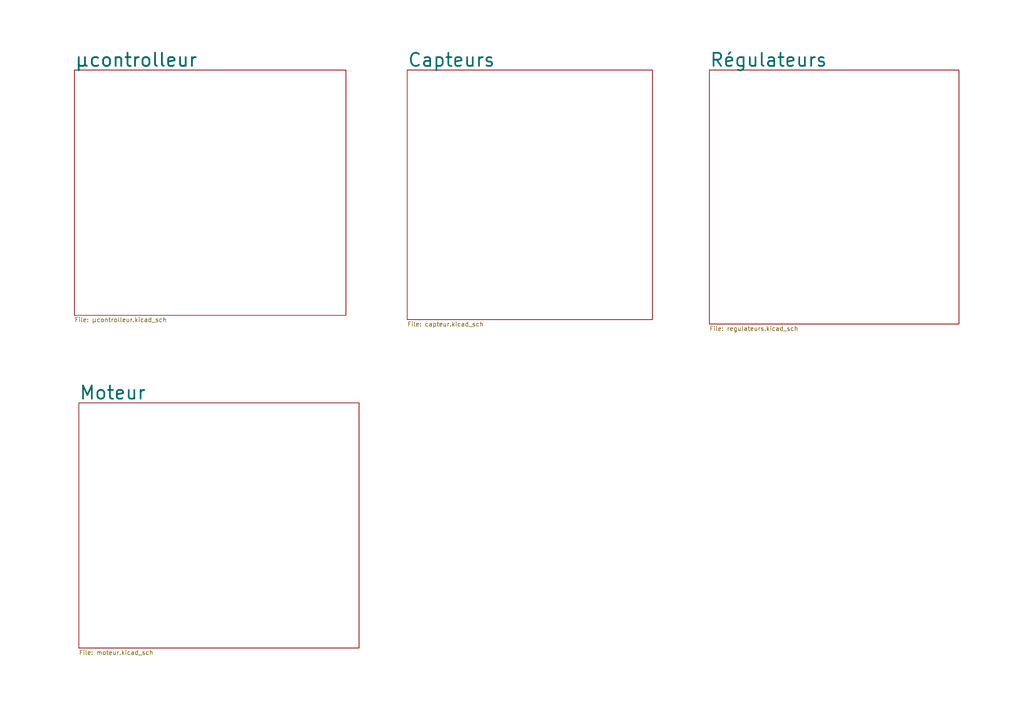
<source format=kicad_sch>
(kicad_sch
	(version 20250114)
	(generator "eeschema")
	(generator_version "9.0")
	(uuid "21a14c86-6900-4d4b-9d91-6c59051d0f41")
	(paper "A4")
	(lib_symbols)
	(sheet
		(at 21.59 20.32)
		(size 78.74 71.12)
		(exclude_from_sim no)
		(in_bom yes)
		(on_board yes)
		(dnp no)
		(fields_autoplaced yes)
		(stroke
			(width 0.1524)
			(type solid)
		)
		(fill
			(color 0 0 0 0.0000)
		)
		(uuid "31be01aa-b096-4901-8c4f-f2a7c3166097")
		(property "Sheetname" "µcontrolleur"
			(at 21.59 19.6084 0)
			(effects
				(font
					(size 3.81 3.81)
					(thickness 0.508)
					(bold yes)
				)
				(justify left bottom)
			)
		)
		(property "Sheetfile" "µcontrolleur.kicad_sch"
			(at 21.59 92.0246 0)
			(effects
				(font
					(size 1.27 1.27)
				)
				(justify left top)
			)
		)
		(instances
			(project "Projet_Robot"
				(path "/21a14c86-6900-4d4b-9d91-6c59051d0f41"
					(page "2")
				)
			)
		)
	)
	(sheet
		(at 118.11 20.32)
		(size 71.12 72.39)
		(exclude_from_sim no)
		(in_bom yes)
		(on_board yes)
		(dnp no)
		(fields_autoplaced yes)
		(stroke
			(width 0.1524)
			(type solid)
		)
		(fill
			(color 0 0 0 0.0000)
		)
		(uuid "76b000bd-d8d0-4821-bef4-3e858ee71b1c")
		(property "Sheetname" "Capteurs"
			(at 118.11 19.6084 0)
			(effects
				(font
					(size 3.81 3.81)
					(thickness 0.4763)
				)
				(justify left bottom)
			)
		)
		(property "Sheetfile" "capteur.kicad_sch"
			(at 118.11 93.2946 0)
			(effects
				(font
					(size 1.27 1.27)
				)
				(justify left top)
			)
		)
		(instances
			(project "Projet_Robot"
				(path "/21a14c86-6900-4d4b-9d91-6c59051d0f41"
					(page "3")
				)
			)
		)
	)
	(sheet
		(at 205.74 20.32)
		(size 72.39 73.66)
		(exclude_from_sim no)
		(in_bom yes)
		(on_board yes)
		(dnp no)
		(fields_autoplaced yes)
		(stroke
			(width 0.1524)
			(type solid)
		)
		(fill
			(color 0 0 0 0.0000)
		)
		(uuid "9e9ae578-0fe2-489e-a2e9-26a89bc45f88")
		(property "Sheetname" "Régulateurs"
			(at 205.74 19.6084 0)
			(effects
				(font
					(size 3.81 3.81)
					(thickness 0.4763)
				)
				(justify left bottom)
			)
		)
		(property "Sheetfile" "regulateurs.kicad_sch"
			(at 205.74 94.5646 0)
			(effects
				(font
					(size 1.27 1.27)
				)
				(justify left top)
			)
		)
		(instances
			(project "Projet_Robot"
				(path "/21a14c86-6900-4d4b-9d91-6c59051d0f41"
					(page "4")
				)
			)
		)
	)
	(sheet
		(at 22.86 116.84)
		(size 81.28 71.12)
		(exclude_from_sim no)
		(in_bom yes)
		(on_board yes)
		(dnp no)
		(fields_autoplaced yes)
		(stroke
			(width 0.1524)
			(type solid)
		)
		(fill
			(color 0 0 0 0.0000)
		)
		(uuid "c369f4f1-9415-4017-9294-312c11921a7a")
		(property "Sheetname" "Moteur"
			(at 22.86 116.1284 0)
			(effects
				(font
					(size 3.81 3.81)
					(thickness 0.4763)
				)
				(justify left bottom)
			)
		)
		(property "Sheetfile" "moteur.kicad_sch"
			(at 22.86 188.5446 0)
			(effects
				(font
					(size 1.27 1.27)
				)
				(justify left top)
			)
		)
		(instances
			(project "Projet_Robot"
				(path "/21a14c86-6900-4d4b-9d91-6c59051d0f41"
					(page "5")
				)
			)
		)
	)
	(sheet_instances
		(path "/"
			(page "1")
		)
	)
	(embedded_fonts no)
)

</source>
